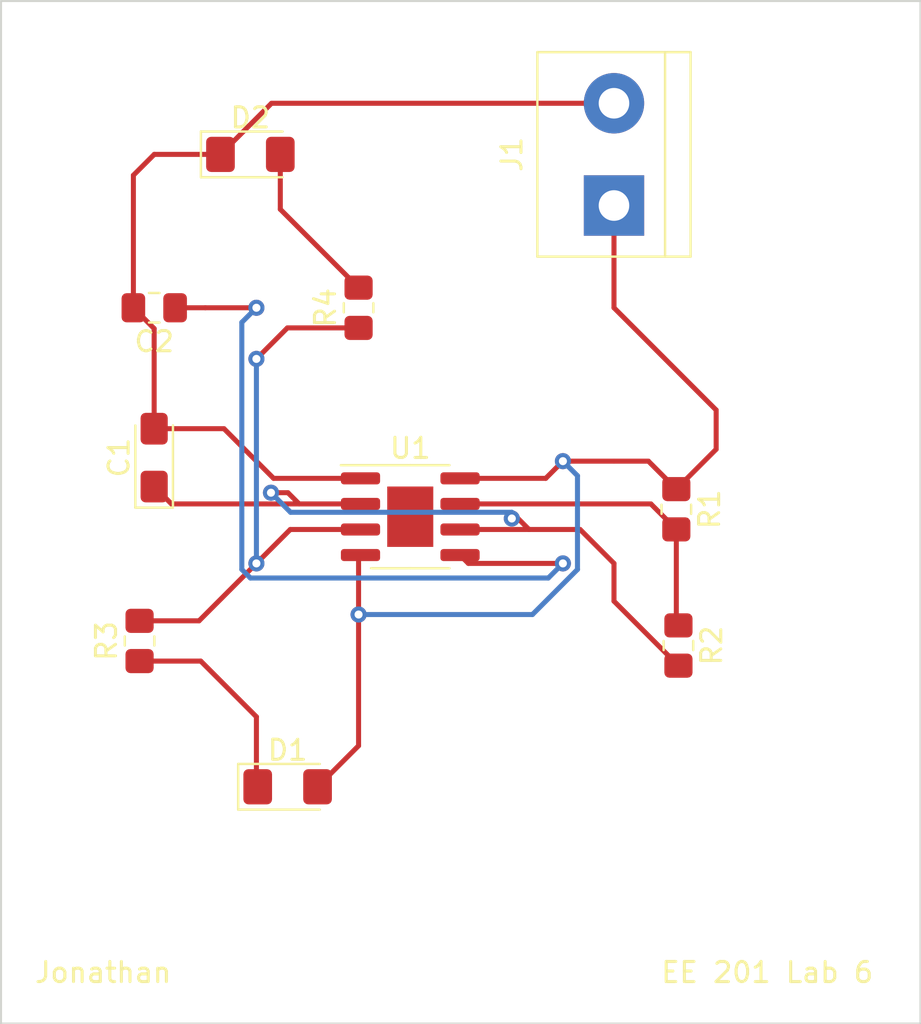
<source format=kicad_pcb>
(kicad_pcb (version 20211014) (generator pcbnew)
  (layers (0 "F.Cu" signal) (31 "B.Cu" signal) (34 "B.Paste" user) (35 "F.Paste" user) (36 "B.SilkS" user "B.Silkscreen") (37 "F.SilkS" user "F.Silkscreen") (38 "B.Mask" user) (39 "F.Mask" user) (44 "Edge.Cuts" user))
  (net 0 "")
  (net 1 "/pin_2")
  (net 2 "GND")
  (net 3 "Net-(C2-Pad1)")
  (net 4 "Net-(D1-Pad1)")
  (net 5 "Net-(D2-Pad2)")
  (net 6 "/pin_7")
  (net 7 "+9V")
  (net 8 "/pin_3")
  (footprint "Resistor_SMD:R_0805_2012Metric_Pad1.20x1.40mm_HandSolder" (layer "F.Cu") (at 148.388 90.274 -90)
    (fp_text reference "R1" (at 0 -1.65 90) (layer "F.SilkS"))
    (fp_text value "1k")
    (fp_line (start -0.227064 -0.735) (end 0.227064 -0.735) (layer "F.SilkS") (width 0.12))
    (fp_line (start -0.227064 0.735) (end 0.227064 0.735) (layer "F.SilkS") (width 0.12))
    (pad "1" smd roundrect (at -1 0 270) (size 1.2 1.4) (layers "F.Cu" "F.Paste" "F.Mask") (roundrect_rratio 0.208333) (net 7 "+9V"))
    (pad "2" smd roundrect (at 1 0 270) (size 1.2 1.4) (layers "F.Cu" "F.Paste" "F.Mask") (roundrect_rratio 0.208333) (net 6 "/pin_7"))
  )
  (footprint "Resistor_SMD:R_0805_2012Metric_Pad1.20x1.40mm_HandSolder" (layer "F.Cu") (at 132.588 80.264 90)
    (fp_text reference "R4" (at 0 -1.65 90) (layer "F.SilkS"))
    (fp_text value "1k")
    (fp_line (start -0.227064 0.735) (end 0.227064 0.735) (layer "F.SilkS") (width 0.12))
    (fp_line (start -0.227064 -0.735) (end 0.227064 -0.735) (layer "F.SilkS") (width 0.12))
    (pad "1" smd roundrect (at -1 0 90) (size 1.2 1.4) (layers "F.Cu" "F.Paste" "F.Mask") (roundrect_rratio 0.208333) (net 8 "/pin_3"))
    (pad "2" smd roundrect (at 1 0 90) (size 1.2 1.4) (layers "F.Cu" "F.Paste" "F.Mask") (roundrect_rratio 0.208333) (net 5 "Net-(D2-Pad2)"))
  )
  (footprint "Resistor_SMD:R_0805_2012Metric_Pad1.20x1.40mm_HandSolder" (layer "F.Cu") (at 148.493 97.044 -90)
    (fp_text reference "R2" (at 0 -1.65 90) (layer "F.SilkS"))
    (fp_text value "10k")
    (fp_line (start -0.227064 0.735) (end 0.227064 0.735) (layer "F.SilkS") (width 0.12))
    (fp_line (start -0.227064 -0.735) (end 0.227064 -0.735) (layer "F.SilkS") (width 0.12))
    (pad "1" smd roundrect (at -1 0 270) (size 1.2 1.4) (layers "F.Cu" "F.Paste" "F.Mask") (roundrect_rratio 0.208333) (net 6 "/pin_7"))
    (pad "2" smd roundrect (at 1 0 270) (size 1.2 1.4) (layers "F.Cu" "F.Paste" "F.Mask") (roundrect_rratio 0.208333) (net 1 "/pin_2"))
  )
  (footprint "Resistor_SMD:R_0805_2012Metric_Pad1.20x1.40mm_HandSolder" (layer "F.Cu") (at 121.698 96.816936 90)
    (fp_text reference "R3" (at 0 -1.65 90) (layer "F.SilkS"))
    (fp_text value "1k")
    (fp_line (start -0.227064 0.735) (end 0.227064 0.735) (layer "F.SilkS") (width 0.12))
    (fp_line (start -0.227064 -0.735) (end 0.227064 -0.735) (layer "F.SilkS") (width 0.12))
    (pad "1" smd roundrect (at -1 0 90) (size 1.2 1.4) (layers "F.Cu" "F.Paste" "F.Mask") (roundrect_rratio 0.208333) (net 4 "Net-(D1-Pad1)"))
    (pad "2" smd roundrect (at 1 0 90) (size 1.2 1.4) (layers "F.Cu" "F.Paste" "F.Mask") (roundrect_rratio 0.208333) (net 8 "/pin_3"))
  )
  (footprint "LED_SMD:LED_1206_3216Metric_Pad1.42x1.75mm_HandSolder" (layer "F.Cu") (at 129.0605 104.0615)
    (fp_text reference "D1" (at 0 -1.82) (layer "F.SilkS"))
    (fp_text value "LED")
    (fp_line (start -2.46 1.135) (end 1.6 1.135) (layer "F.SilkS") (width 0.12))
    (fp_line (start -2.46 -1.135) (end -2.46 1.135) (layer "F.SilkS") (width 0.12))
    (fp_line (start 1.6 -1.135) (end -2.46 -1.135) (layer "F.SilkS") (width 0.12))
    (pad "1" smd roundrect (at -1.4875 0) (size 1.425 1.75) (layers "F.Cu" "F.Paste" "F.Mask") (roundrect_rratio 0.175439) (net 4 "Net-(D1-Pad1)"))
    (pad "2" smd roundrect (at 1.4875 0) (size 1.425 1.75) (layers "F.Cu" "F.Paste" "F.Mask") (roundrect_rratio 0.175439) (net 7 "+9V"))
  )
  (footprint "LED_SMD:LED_1206_3216Metric_Pad1.42x1.75mm_HandSolder" (layer "F.Cu") (at 127.208 72.644)
    (fp_text reference "D2" (at 0 -1.82) (layer "F.SilkS"))
    (fp_text value "LED")
    (fp_line (start -2.46 1.135) (end 1.6 1.135) (layer "F.SilkS") (width 0.12))
    (fp_line (start -2.46 -1.135) (end -2.46 1.135) (layer "F.SilkS") (width 0.12))
    (fp_line (start 1.6 -1.135) (end -2.46 -1.135) (layer "F.SilkS") (width 0.12))
    (pad "1" smd roundrect (at -1.4875 0) (size 1.425 1.75) (layers "F.Cu" "F.Paste" "F.Mask") (roundrect_rratio 0.175439) (net 2 "GND"))
    (pad "2" smd roundrect (at 1.4875 0) (size 1.425 1.75) (layers "F.Cu" "F.Paste" "F.Mask") (roundrect_rratio 0.175439) (net 5 "Net-(D2-Pad2)"))
  )
  (footprint "TerminalBlock:TerminalBlock_bornier-2_P5.08mm" (layer "F.Cu") (at 145.288 75.184 90)
    (fp_text reference "J1" (at 2.54 -5.08 90) (layer "F.SilkS"))
    (fp_text value "Conn_01x02_Male")
    (fp_line (start -2.54 3.81) (end 7.62 3.81) (layer "F.SilkS") (width 0.12))
    (fp_line (start -2.54 -3.81) (end -2.54 3.81) (layer "F.SilkS") (width 0.12))
    (fp_line (start 7.62 2.54) (end -2.54 2.54) (layer "F.SilkS") (width 0.12))
    (fp_line (start 7.62 -3.81) (end -2.54 -3.81) (layer "F.SilkS") (width 0.12))
    (fp_line (start 7.62 3.81) (end 7.62 -3.81) (layer "F.SilkS") (width 0.12))
    (pad "1" thru_hole rect (at 0 0 90) (size 3 3) (drill 1.52) (layers F&B.Cu *.Mask) (net 7 "+9V"))
    (pad "2" thru_hole circle (at 5.08 0 90) (size 3 3) (drill 1.52) (layers F&B.Cu *.Mask) (net 2 "GND"))
  )
  (footprint "Capacitor_SMD:C_0805_2012Metric_Pad1.18x1.45mm_HandSolder" (layer "F.Cu") (at 122.428 80.264 180)
    (fp_text reference "C2" (at 0 -1.68) (layer "F.SilkS"))
    (fp_text value "0.01μF")
    (fp_line (start -0.261252 -0.735) (end 0.261252 -0.735) (layer "F.SilkS") (width 0.12))
    (fp_line (start -0.261252 0.735) (end 0.261252 0.735) (layer "F.SilkS") (width 0.12))
    (pad "1" smd roundrect (at -1.0375 0 180) (size 1.175 1.45) (layers "F.Cu" "F.Paste" "F.Mask") (roundrect_rratio 0.212766) (net 3 "Net-(C2-Pad1)"))
    (pad "2" smd roundrect (at 1.0375 0 180) (size 1.175 1.45) (layers "F.Cu" "F.Paste" "F.Mask") (roundrect_rratio 0.212766) (net 2 "GND"))
  )
  (footprint "Capacitor_Tantalum_SMD:CP_EIA-3216-18_Kemet-A_Pad1.58x1.35mm_HandSolder" (layer "F.Cu") (at 122.423 87.709 90)
    (fp_text reference "C1" (at 0 -1.75 90) (layer "F.SilkS"))
    (fp_text value "10μF")
    (fp_line (start -2.485 -0.935) (end -2.485 0.935) (layer "F.SilkS") (width 0.12))
    (fp_line (start 1.6 -0.935) (end -2.485 -0.935) (layer "F.SilkS") (width 0.12))
    (fp_line (start -2.485 0.935) (end 1.6 0.935) (layer "F.SilkS") (width 0.12))
    (pad "1" smd roundrect (at -1.4375 0 90) (size 1.575 1.35) (layers "F.Cu" "F.Paste" "F.Mask") (roundrect_rratio 0.185185) (net 1 "/pin_2"))
    (pad "2" smd roundrect (at 1.4375 0 90) (size 1.575 1.35) (layers "F.Cu" "F.Paste" "F.Mask") (roundrect_rratio 0.185185) (net 2 "GND"))
  )
  (footprint "Package_SO:SOIC-8-1EP_3.9x4.9mm_P1.27mm_EP2.29x3mm" (layer "F.Cu") (at 135.158 90.644)
    (fp_text reference "U1" (at 0 -3.4) (layer "F.SilkS"))
    (fp_text value "NE555D")
    (fp_line (start 0 2.56) (end -1.95 2.56) (layer "F.SilkS") (width 0.12))
    (fp_line (start 0 -2.56) (end -3.45 -2.56) (layer "F.SilkS") (width 0.12))
    (fp_line (start 0 2.56) (end 1.95 2.56) (layer "F.SilkS") (width 0.12))
    (fp_line (start 0 -2.56) (end 1.95 -2.56) (layer "F.SilkS") (width 0.12))
    (pad "1" smd roundrect (at -2.475 -1.905) (size 1.95 0.6) (layers "F.Cu" "F.Paste" "F.Mask") (net 2 "GND"))
    (pad "2" smd roundrect (at -2.475 -0.635) (size 1.95 0.6) (layers "F.Cu" "F.Paste" "F.Mask") (net 1 "/pin_2"))
    (pad "3" smd roundrect (at -2.475 0.635) (size 1.95 0.6) (layers "F.Cu" "F.Paste" "F.Mask") (net 8 "/pin_3"))
    (pad "4" smd roundrect (at -2.475 1.905) (size 1.95 0.6) (layers "F.Cu" "F.Paste" "F.Mask") (net 7 "+9V"))
    (pad "5" smd roundrect (at 2.475 1.905) (size 1.95 0.6) (layers "F.Cu" "F.Paste" "F.Mask") (net 3 "Net-(C2-Pad1)"))
    (pad "6" smd roundrect (at 2.475 0.635) (size 1.95 0.6) (layers "F.Cu" "F.Paste" "F.Mask") (net 1 "/pin_2"))
    (pad "7" smd roundrect (at 2.475 -0.635) (size 1.95 0.6) (layers "F.Cu" "F.Paste" "F.Mask") (net 6 "/pin_7"))
    (pad "8" smd roundrect (at 2.475 -1.905) (size 1.95 0.6) (layers "F.Cu" "F.Paste" "F.Mask") (net 7 "+9V"))
    (pad "9" smd rect (at 0 0) (size 2.29 3) (layers "F.Cu" "F.Mask"))
  )
  (gr_rect (start 114.808 65.024) (end 160.528 115.824) (layer "Edge.Cuts") (width 0.1) (fill none))
  (gr_text "EE 201 Lab 6" (at 152.908 113.284) (layer "F.SilkS") (effects (font (size 1 1))))
  (gr_text "Jonathan\n" (at 119.888 113.284) (layer "F.SilkS") (effects (font (size 1 1))))
  (segment (start 143.603 91.279) (end 145.288 92.964) (width 0.25) (layer "F.Cu") (net 1))
  (segment (start 145.288 92.964) (end 145.288 94.839) (width 0.25) (layer "F.Cu") (net 1))
  (segment (start 129.633 90.009) (end 129.07565 89.45165) (width 0.25) (layer "F.Cu") (net 1))
  (segment (start 141.063 91.279) (end 140.243 90.459) (width 0.25) (layer "F.Cu") (net 1))
  (segment (start 141.063 91.279) (end 143.603 91.279) (width 0.25) (layer "F.Cu") (net 1))
  (segment (start 129.633 90.009) (end 132.683 90.009) (width 0.25) (layer "F.Cu") (net 1))
  (segment (start 123.2855 90.009) (end 129.633 90.009) (width 0.25) (layer "F.Cu") (net 1))
  (segment (start 140.208 90.459) (end 140.208 90.7335) (width 0.25) (layer "F.Cu") (net 1))
  (segment (start 145.288 94.839) (end 148.493 98.044) (width 0.25) (layer "F.Cu") (net 1))
  (segment (start 122.423 89.1465) (end 123.2855 90.009) (width 0.25) (layer "F.Cu") (net 1))
  (segment (start 129.07565 89.45165) (end 128.2325 89.45165) (width 0.25) (layer "F.Cu") (net 1))
  (segment (start 140.243 90.459) (end 140.208 90.459) (width 0.25) (layer "F.Cu") (net 1))
  (segment (start 137.633 91.279) (end 141.063 91.279) (width 0.25) (layer "F.Cu") (net 1))
  (via (at 128.2325 89.45165) (size 0.8) (drill 0.4) (layers "F.Cu" "B.Cu") (net 1))
  (via (at 140.208 90.7335) (size 0.8) (drill 0.4) (layers "F.Cu" "B.Cu") (net 1))
  (segment (start 128.2325 89.45165) (end 129.20485 90.424) (width 0.25) (layer "B.Cu") (net 1))
  (segment (start 140.208 90.7335) (end 140.208 90.424) (width 0.25) (layer "B.Cu") (net 1))
  (segment (start 129.20485 90.424) (end 140.208 90.424) (width 0.25) (layer "B.Cu") (net 1))
  (segment (start 122.423 86.2715) (end 125.8955 86.2715) (width 0.25) (layer "F.Cu") (net 2))
  (segment (start 125.8955 86.2715) (end 128.363 88.739) (width 0.25) (layer "F.Cu") (net 2))
  (segment (start 121.3905 80.264) (end 122.423 81.2965) (width 0.25) (layer "F.Cu") (net 2))
  (segment (start 125.7205 72.644) (end 122.428 72.644) (width 0.25) (layer "F.Cu") (net 2))
  (segment (start 128.2605 70.104) (end 125.7205 72.644) (width 0.25) (layer "F.Cu") (net 2))
  (segment (start 122.423 81.2965) (end 122.423 86.2715) (width 0.25) (layer "F.Cu") (net 2))
  (segment (start 128.363 88.739) (end 132.683 88.739) (width 0.25) (layer "F.Cu") (net 2))
  (segment (start 121.3905 73.6815) (end 121.3905 80.264) (width 0.25) (layer "F.Cu") (net 2))
  (segment (start 145.288 70.104) (end 128.2605 70.104) (width 0.25) (layer "F.Cu") (net 2))
  (segment (start 122.428 72.644) (end 121.3905 73.6815) (width 0.25) (layer "F.Cu") (net 2))
  (segment (start 138.048 92.964) (end 137.633 92.549) (width 0.25) (layer "F.Cu") (net 3))
  (segment (start 123.4655 80.264) (end 124.968 80.264) (width 0.25) (layer "F.Cu") (net 3))
  (segment (start 142.748 92.964) (end 138.048 92.964) (width 0.25) (layer "F.Cu") (net 3))
  (segment (start 124.968 80.264) (end 127.508 80.264) (width 0.25) (layer "F.Cu") (net 3))
  (via (at 142.748 92.964) (size 0.8) (drill 0.4) (layers "F.Cu" "B.Cu") (net 3))
  (via (at 127.508 80.264) (size 0.8) (drill 0.4) (layers "F.Cu" "B.Cu") (net 3))
  (segment (start 127.508 80.264) (end 126.783 80.989) (width 0.25) (layer "B.Cu") (net 3))
  (segment (start 127.207695 93.689) (end 142.023 93.689) (width 0.25) (layer "B.Cu") (net 3))
  (segment (start 126.783 80.989) (end 126.783 93.264305) (width 0.25) (layer "B.Cu") (net 3))
  (segment (start 126.783 93.264305) (end 127.207695 93.689) (width 0.25) (layer "B.Cu") (net 3))
  (segment (start 142.023 93.689) (end 142.748 92.964) (width 0.25) (layer "B.Cu") (net 3))
  (segment (start 127.573 104.0615) (end 127.508 103.9965) (width 0.25) (layer "F.Cu") (net 4))
  (segment (start 124.740936 97.816936) (end 121.698 97.816936) (width 0.25) (layer "F.Cu") (net 4))
  (segment (start 127.508 100.584) (end 124.740936 97.816936) (width 0.25) (layer "F.Cu") (net 4))
  (segment (start 127.508 103.9965) (end 127.508 100.584) (width 0.25) (layer "F.Cu") (net 4))
  (segment (start 128.6955 75.3715) (end 128.6955 72.644) (width 0.25) (layer "F.Cu") (net 5))
  (segment (start 132.588 79.264) (end 128.6955 75.3715) (width 0.25) (layer "F.Cu") (net 5))
  (segment (start 148.388 91.274) (end 147.123 90.009) (width 0.25) (layer "F.Cu") (net 6))
  (segment (start 148.388 95.939) (end 148.388 91.274) (width 0.25) (layer "F.Cu") (net 6))
  (segment (start 148.493 96.044) (end 148.388 95.939) (width 0.25) (layer "F.Cu") (net 6))
  (segment (start 147.123 90.009) (end 137.633 90.009) (width 0.25) (layer "F.Cu") (net 6))
  (segment (start 130.548 104.0615) (end 132.588 102.0215) (width 0.25) (layer "F.Cu") (net 7))
  (segment (start 142.748 87.884) (end 145.288 87.884) (width 0.25) (layer "F.Cu") (net 7))
  (segment (start 145.288 80.264) (end 150.368 85.344) (width 0.25) (layer "F.Cu") (net 7))
  (segment (start 146.998 87.884) (end 145.288 87.884) (width 0.25) (layer "F.Cu") (net 7))
  (segment (start 145.288 75.184) (end 145.288 80.264) (width 0.25) (layer "F.Cu") (net 7))
  (segment (start 141.893 88.739) (end 137.633 88.739) (width 0.25) (layer "F.Cu") (net 7))
  (segment (start 150.368 85.344) (end 150.368 87.294) (width 0.25) (layer "F.Cu") (net 7))
  (segment (start 132.588 92.644) (end 132.683 92.549) (width 0.25) (layer "F.Cu") (net 7))
  (segment (start 146.998 87.884) (end 148.388 89.274) (width 0.25) (layer "F.Cu") (net 7))
  (segment (start 141.893 88.739) (end 142.748 87.884) (width 0.25) (layer "F.Cu") (net 7))
  (segment (start 150.368 87.294) (end 148.388 89.274) (width 0.25) (layer "F.Cu") (net 7))
  (segment (start 132.588 102.0215) (end 132.588 92.644) (width 0.25) (layer "F.Cu") (net 7))
  (via (at 132.588 95.504) (size 0.8) (drill 0.4) (layers "F.Cu" "B.Cu") (net 7))
  (via (at 142.748 87.884) (size 0.8) (drill 0.4) (layers "F.Cu" "B.Cu") (net 7))
  (segment (start 132.588 95.504) (end 141.233305 95.504) (width 0.25) (layer "B.Cu") (net 7))
  (segment (start 143.473 93.264305) (end 143.473 88.609) (width 0.25) (layer "B.Cu") (net 7))
  (segment (start 141.233305 95.504) (end 143.473 93.264305) (width 0.25) (layer "B.Cu") (net 7))
  (segment (start 143.473 88.609) (end 142.748 87.884) (width 0.25) (layer "B.Cu") (net 7))
  (segment (start 129.048 81.264) (end 127.508 82.804) (width 0.25) (layer "F.Cu") (net 8))
  (segment (start 121.698 95.816936) (end 124.655064 95.816936) (width 0.25) (layer "F.Cu") (net 8))
  (segment (start 124.655064 95.816936) (end 129.193 91.279) (width 0.25) (layer "F.Cu") (net 8))
  (segment (start 129.193 91.279) (end 132.683 91.279) (width 0.25) (layer "F.Cu") (net 8))
  (segment (start 132.588 81.264) (end 129.048 81.264) (width 0.25) (layer "F.Cu") (net 8))
  (via (at 127.508 92.964) (size 0.8) (drill 0.4) (layers "F.Cu" "B.Cu") (net 8))
  (via (at 127.508 82.804) (size 0.8) (drill 0.4) (layers "F.Cu" "B.Cu") (net 8))
  (segment (start 127.508 82.804) (end 127.508 92.964) (width 0.25) (layer "B.Cu") (net 8))
)
</source>
